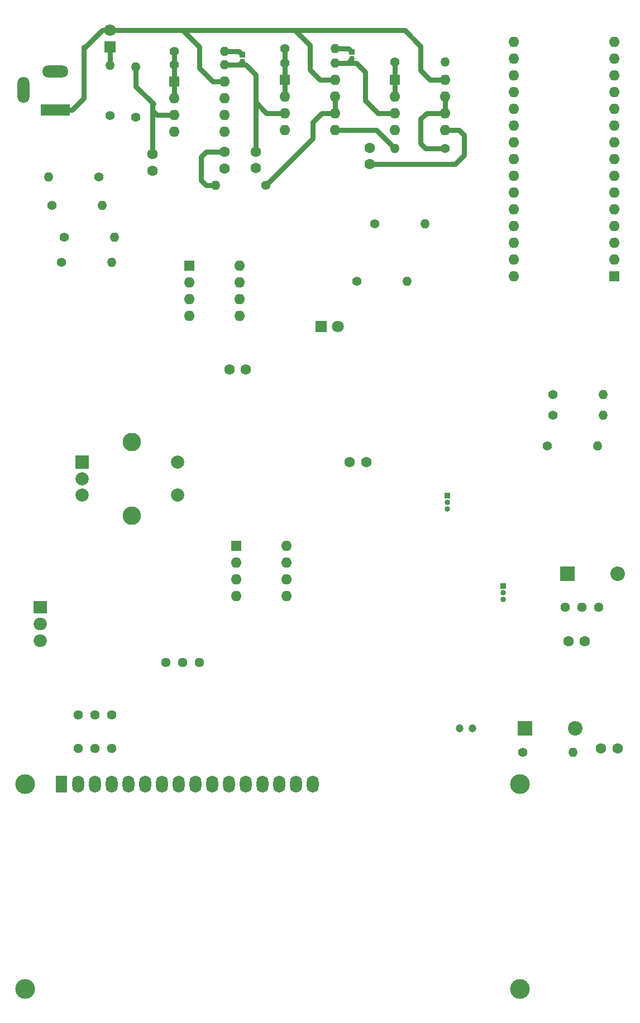
<source format=gbr>
%TF.GenerationSoftware,KiCad,Pcbnew,(5.1.12)-1*%
%TF.CreationDate,2021-12-20T08:39:49-03:00*%
%TF.ProjectId,Control,436f6e74-726f-46c2-9e6b-696361645f70,rev?*%
%TF.SameCoordinates,Original*%
%TF.FileFunction,Copper,L2,Bot*%
%TF.FilePolarity,Positive*%
%FSLAX46Y46*%
G04 Gerber Fmt 4.6, Leading zero omitted, Abs format (unit mm)*
G04 Created by KiCad (PCBNEW (5.1.12)-1) date 2021-12-20 08:39:49*
%MOMM*%
%LPD*%
G01*
G04 APERTURE LIST*
%TA.AperFunction,ComponentPad*%
%ADD10O,1.600000X1.600000*%
%TD*%
%TA.AperFunction,ComponentPad*%
%ADD11R,1.600000X1.600000*%
%TD*%
%TA.AperFunction,ComponentPad*%
%ADD12C,1.600000*%
%TD*%
%TA.AperFunction,ComponentPad*%
%ADD13C,1.200000*%
%TD*%
%TA.AperFunction,ComponentPad*%
%ADD14R,2.200000X2.200000*%
%TD*%
%TA.AperFunction,ComponentPad*%
%ADD15O,2.200000X2.200000*%
%TD*%
%TA.AperFunction,ComponentPad*%
%ADD16C,1.800000*%
%TD*%
%TA.AperFunction,ComponentPad*%
%ADD17R,1.800000X1.800000*%
%TD*%
%TA.AperFunction,ComponentPad*%
%ADD18R,1.800000X2.600000*%
%TD*%
%TA.AperFunction,ComponentPad*%
%ADD19O,1.800000X2.600000*%
%TD*%
%TA.AperFunction,ComponentPad*%
%ADD20C,3.000000*%
%TD*%
%TA.AperFunction,ComponentPad*%
%ADD21O,1.800000X4.000000*%
%TD*%
%TA.AperFunction,ComponentPad*%
%ADD22O,4.000000X1.800000*%
%TD*%
%TA.AperFunction,ComponentPad*%
%ADD23R,4.400000X1.800000*%
%TD*%
%TA.AperFunction,ComponentPad*%
%ADD24R,0.850000X0.850000*%
%TD*%
%TA.AperFunction,ComponentPad*%
%ADD25O,0.850000X0.850000*%
%TD*%
%TA.AperFunction,ComponentPad*%
%ADD26C,1.440000*%
%TD*%
%TA.AperFunction,ComponentPad*%
%ADD27O,1.400000X1.400000*%
%TD*%
%TA.AperFunction,ComponentPad*%
%ADD28C,1.400000*%
%TD*%
%TA.AperFunction,ComponentPad*%
%ADD29C,2.000000*%
%TD*%
%TA.AperFunction,ComponentPad*%
%ADD30C,2.800000*%
%TD*%
%TA.AperFunction,ComponentPad*%
%ADD31R,2.000000X2.000000*%
%TD*%
%TA.AperFunction,ComponentPad*%
%ADD32R,2.000000X1.905000*%
%TD*%
%TA.AperFunction,ComponentPad*%
%ADD33O,2.000000X1.905000*%
%TD*%
%TA.AperFunction,Conductor*%
%ADD34C,0.800000*%
%TD*%
G04 APERTURE END LIST*
D10*
%TO.P,U6,8*%
%TO.N,+5V*%
X76708000Y-74295000D03*
%TO.P,U6,4*%
%TO.N,GND*%
X69088000Y-81915000D03*
%TO.P,U6,7*%
%TO.N,Net-(R14-Pad1)*%
X76708000Y-76835000D03*
%TO.P,U6,3*%
%TO.N,Net-(R13-Pad1)*%
X69088000Y-79375000D03*
%TO.P,U6,6*%
%TO.N,Net-(R14-Pad1)*%
X76708000Y-79375000D03*
%TO.P,U6,2*%
%TO.N,Net-(R14-Pad2)*%
X69088000Y-76835000D03*
%TO.P,U6,5*%
%TO.N,Net-(JP3-Pad2)*%
X76708000Y-81915000D03*
D11*
%TO.P,U6,1*%
%TO.N,ADC1*%
X69088000Y-74295000D03*
%TD*%
D10*
%TO.P,U5,8*%
%TO.N,+5V*%
X83820000Y-116840000D03*
%TO.P,U5,4*%
%TO.N,GND*%
X76200000Y-124460000D03*
%TO.P,U5,7*%
%TO.N,Net-(R6-Pad1)*%
X83820000Y-119380000D03*
%TO.P,U5,3*%
%TO.N,Net-(R5-Pad1)*%
X76200000Y-121920000D03*
%TO.P,U5,6*%
%TO.N,Net-(R6-Pad1)*%
X83820000Y-121920000D03*
%TO.P,U5,2*%
%TO.N,Net-(R10-Pad1)*%
X76200000Y-119380000D03*
%TO.P,U5,5*%
%TO.N,Net-(JP1-Pad2)*%
X83820000Y-124460000D03*
D11*
%TO.P,U5,1*%
%TO.N,IN_P*%
X76200000Y-116840000D03*
%TD*%
%TO.P,A1,1*%
%TO.N,N/C*%
X133477000Y-75946000D03*
D10*
%TO.P,A1,17*%
X118237000Y-42926000D03*
%TO.P,A1,2*%
X133477000Y-73406000D03*
%TO.P,A1,18*%
X118237000Y-45466000D03*
%TO.P,A1,3*%
X133477000Y-70866000D03*
%TO.P,A1,19*%
%TO.N,ADC1*%
X118237000Y-48006000D03*
%TO.P,A1,4*%
%TO.N,GND*%
X133477000Y-68326000D03*
%TO.P,A1,20*%
%TO.N,ADC2*%
X118237000Y-50546000D03*
%TO.P,A1,5*%
%TO.N,N/C*%
X133477000Y-65786000D03*
%TO.P,A1,21*%
X118237000Y-53086000D03*
%TO.P,A1,6*%
X133477000Y-63246000D03*
%TO.P,A1,22*%
X118237000Y-55626000D03*
%TO.P,A1,7*%
X133477000Y-60706000D03*
%TO.P,A1,23*%
X118237000Y-58166000D03*
%TO.P,A1,8*%
X133477000Y-58166000D03*
%TO.P,A1,24*%
X118237000Y-60706000D03*
%TO.P,A1,9*%
X133477000Y-55626000D03*
%TO.P,A1,25*%
X118237000Y-63246000D03*
%TO.P,A1,10*%
X133477000Y-53086000D03*
%TO.P,A1,26*%
X118237000Y-65786000D03*
%TO.P,A1,11*%
X133477000Y-50546000D03*
%TO.P,A1,27*%
X118237000Y-68326000D03*
%TO.P,A1,12*%
%TO.N,Accion_de_control*%
X133477000Y-48006000D03*
%TO.P,A1,28*%
%TO.N,N/C*%
X118237000Y-70866000D03*
%TO.P,A1,13*%
X133477000Y-45466000D03*
%TO.P,A1,29*%
%TO.N,GND*%
X118237000Y-73406000D03*
%TO.P,A1,14*%
%TO.N,N/C*%
X133477000Y-42926000D03*
%TO.P,A1,30*%
%TO.N,+5V*%
X118237000Y-75946000D03*
%TO.P,A1,15*%
%TO.N,N/C*%
X133477000Y-40386000D03*
%TO.P,A1,16*%
X118237000Y-40386000D03*
%TD*%
D12*
%TO.P,C1,2*%
%TO.N,GND*%
X129035001Y-131295001D03*
%TO.P,C1,1*%
%TO.N,Net-(C1-Pad1)*%
X126535001Y-131295001D03*
%TD*%
%TO.P,C2,1*%
%TO.N,Net-(C2-Pad1)*%
X63500000Y-57404000D03*
%TO.P,C2,2*%
%TO.N,GND*%
X63500000Y-59904000D03*
%TD*%
%TO.P,C3,1*%
%TO.N,+5V*%
X75147001Y-90087001D03*
%TO.P,C3,2*%
%TO.N,GND*%
X77647001Y-90087001D03*
%TD*%
%TO.P,C4,2*%
%TO.N,GND*%
X79121000Y-59523000D03*
%TO.P,C4,1*%
%TO.N,Net-(C4-Pad1)*%
X79121000Y-57023000D03*
%TD*%
%TO.P,C5,1*%
%TO.N,ADC2*%
X93385000Y-104140000D03*
%TO.P,C5,2*%
%TO.N,GND*%
X95885000Y-104140000D03*
%TD*%
%TO.P,C6,2*%
%TO.N,GND*%
X96393000Y-56428000D03*
%TO.P,C6,1*%
%TO.N,Net-(C6-Pad1)*%
X96393000Y-58928000D03*
%TD*%
%TO.P,C7,1*%
%TO.N,Net-(C7-Pad1)*%
X131515001Y-147525001D03*
%TO.P,C7,2*%
%TO.N,GND*%
X134015001Y-147525001D03*
%TD*%
%TO.P,C8,2*%
%TO.N,GND*%
X74422000Y-59563000D03*
%TO.P,C8,1*%
%TO.N,Net-(C8-Pad1)*%
X74422000Y-57063000D03*
%TD*%
D13*
%TO.P,C9,1*%
%TO.N,+12V*%
X110045001Y-144525001D03*
%TO.P,C9,2*%
%TO.N,GND*%
X112045001Y-144525001D03*
%TD*%
D14*
%TO.P,D1,1*%
%TO.N,+5V*%
X126385001Y-121045001D03*
D15*
%TO.P,D1,2*%
%TO.N,+12V*%
X134005001Y-121045001D03*
%TD*%
D16*
%TO.P,D2,2*%
%TO.N,+12V*%
X57023000Y-38608000D03*
D17*
%TO.P,D2,1*%
%TO.N,Net-(D2-Pad1)*%
X57023000Y-41148000D03*
%TD*%
D15*
%TO.P,D3,2*%
%TO.N,+5V*%
X127615001Y-144475001D03*
D14*
%TO.P,D3,1*%
%TO.N,Net-(C1-Pad1)*%
X119995001Y-144475001D03*
%TD*%
D17*
%TO.P,D4,1*%
%TO.N,Net-(D4-Pad1)*%
X89027000Y-83566000D03*
D16*
%TO.P,D4,2*%
%TO.N,OUT_P*%
X91567000Y-83566000D03*
%TD*%
D18*
%TO.P,DS1,1*%
%TO.N,GND*%
X49695100Y-153022300D03*
D19*
%TO.P,DS1,2*%
%TO.N,+5V*%
X52235100Y-153022300D03*
%TO.P,DS1,3*%
%TO.N,Net-(DS1-Pad3)*%
X54775100Y-153022300D03*
%TO.P,DS1,4*%
%TO.N,N/C*%
X57315100Y-153022300D03*
%TO.P,DS1,5*%
%TO.N,GND*%
X59855100Y-153022300D03*
%TO.P,DS1,6*%
%TO.N,N/C*%
X62395100Y-153022300D03*
%TO.P,DS1,7*%
X64935100Y-153022300D03*
%TO.P,DS1,8*%
X67475100Y-153022300D03*
%TO.P,DS1,9*%
X70015100Y-153022300D03*
%TO.P,DS1,10*%
X72555100Y-153022300D03*
%TO.P,DS1,11*%
X75095100Y-153022300D03*
%TO.P,DS1,12*%
X77635100Y-153022300D03*
%TO.P,DS1,13*%
X80175100Y-153022300D03*
%TO.P,DS1,14*%
X82715100Y-153022300D03*
%TO.P,DS1,15*%
%TO.N,+5V*%
X85255100Y-153022300D03*
%TO.P,DS1,16*%
%TO.N,GND*%
X87795100Y-153022300D03*
D20*
%TO.P,DS1,*%
%TO.N,*%
X44196000Y-153022300D03*
X44196000Y-184023000D03*
X119194580Y-184023000D03*
X119195100Y-153022300D03*
%TD*%
D21*
%TO.P,J1,3*%
%TO.N,GND*%
X43968000Y-47673000D03*
D22*
%TO.P,J1,2*%
X48768000Y-44873000D03*
D23*
%TO.P,J1,1*%
%TO.N,+12V*%
X48768000Y-50673000D03*
%TD*%
D24*
%TO.P,JP1,1*%
%TO.N,Net-(JP1-Pad1)*%
X116635001Y-122925001D03*
D25*
%TO.P,JP1,2*%
%TO.N,Net-(JP1-Pad2)*%
X116635001Y-123925001D03*
%TO.P,JP1,3*%
%TO.N,GND*%
X116635001Y-124925001D03*
%TD*%
%TO.P,JP2,2*%
%TO.N,Net-(C4-Pad1)*%
X77089000Y-43307000D03*
D24*
%TO.P,JP2,1*%
%TO.N,Net-(JP2-Pad1)*%
X77089000Y-42307000D03*
%TD*%
D25*
%TO.P,JP3,3*%
%TO.N,GND*%
X108218001Y-111225001D03*
%TO.P,JP3,2*%
%TO.N,Net-(JP3-Pad2)*%
X108218001Y-110225001D03*
D24*
%TO.P,JP3,1*%
%TO.N,Net-(JP3-Pad1)*%
X108218001Y-109225001D03*
%TD*%
%TO.P,JP4,1*%
%TO.N,Net-(JP4-Pad1)*%
X93726000Y-41910000D03*
D25*
%TO.P,JP4,2*%
%TO.N,ADC2*%
X93726000Y-42910000D03*
%TD*%
D26*
%TO.P,R1,3*%
%TO.N,N/C*%
X65532000Y-134493000D03*
%TO.P,R1,2*%
%TO.N,GND*%
X68072000Y-134493000D03*
%TO.P,R1,1*%
%TO.N,Net-(C1-Pad1)*%
X70612000Y-134493000D03*
%TD*%
D27*
%TO.P,R2,2*%
%TO.N,Net-(D2-Pad1)*%
X57023000Y-43942000D03*
D28*
%TO.P,R2,1*%
%TO.N,GND*%
X57023000Y-51562000D03*
%TD*%
%TO.P,R3,1*%
%TO.N,+5V*%
X119595001Y-148175001D03*
D27*
%TO.P,R3,2*%
%TO.N,Net-(C1-Pad1)*%
X127215001Y-148175001D03*
%TD*%
D28*
%TO.P,R4,1*%
%TO.N,IN_P*%
X60960000Y-51816000D03*
D27*
%TO.P,R4,2*%
%TO.N,Net-(C2-Pad1)*%
X60960000Y-44196000D03*
%TD*%
D28*
%TO.P,R5,1*%
%TO.N,Net-(R5-Pad1)*%
X48260000Y-65151000D03*
D27*
%TO.P,R5,2*%
%TO.N,Accion_de_control*%
X55880000Y-65151000D03*
%TD*%
D28*
%TO.P,R6,1*%
%TO.N,Net-(R6-Pad1)*%
X49689001Y-73830001D03*
D27*
%TO.P,R6,2*%
%TO.N,Net-(R10-Pad1)*%
X57309001Y-73830001D03*
%TD*%
%TO.P,R7,2*%
%TO.N,Net-(R5-Pad1)*%
X47752000Y-60833000D03*
D28*
%TO.P,R7,1*%
%TO.N,GND*%
X55372000Y-60833000D03*
%TD*%
D27*
%TO.P,R8,2*%
%TO.N,Net-(JP2-Pad1)*%
X74422000Y-41783000D03*
D28*
%TO.P,R8,1*%
%TO.N,Net-(R8-Pad1)*%
X66802000Y-41783000D03*
%TD*%
%TO.P,R9,1*%
%TO.N,Net-(R8-Pad1)*%
X66802000Y-43815000D03*
D27*
%TO.P,R9,2*%
%TO.N,Net-(C4-Pad1)*%
X74422000Y-43815000D03*
%TD*%
%TO.P,R10,2*%
%TO.N,IN_P*%
X57719001Y-69970001D03*
D28*
%TO.P,R10,1*%
%TO.N,Net-(R10-Pad1)*%
X50099001Y-69970001D03*
%TD*%
%TO.P,R11,1*%
%TO.N,Net-(R11-Pad1)*%
X83566000Y-41402000D03*
D27*
%TO.P,R11,2*%
%TO.N,Net-(JP4-Pad1)*%
X91186000Y-41402000D03*
%TD*%
%TO.P,R12,2*%
%TO.N,ADC2*%
X91186000Y-43561000D03*
D28*
%TO.P,R12,1*%
%TO.N,Net-(R11-Pad1)*%
X83566000Y-43561000D03*
%TD*%
D26*
%TO.P,RV1,1*%
%TO.N,GND*%
X57277000Y-142494000D03*
%TO.P,RV1,2*%
%TO.N,Net-(JP1-Pad1)*%
X54737000Y-142494000D03*
%TO.P,RV1,3*%
%TO.N,+5V*%
X52197000Y-142494000D03*
%TD*%
%TO.P,RV2,1*%
%TO.N,GND*%
X131185001Y-126145001D03*
%TO.P,RV2,2*%
%TO.N,Net-(JP3-Pad1)*%
X128645001Y-126145001D03*
%TO.P,RV2,3*%
%TO.N,+5V*%
X126105001Y-126145001D03*
%TD*%
D29*
%TO.P,SW1,S2*%
%TO.N,N/C*%
X67332000Y-109140000D03*
%TO.P,SW1,S1*%
X67332000Y-104140000D03*
D30*
%TO.P,SW1,MP*%
X60332000Y-112240000D03*
X60332000Y-101040000D03*
D29*
%TO.P,SW1,B*%
X52832000Y-109140000D03*
%TO.P,SW1,C*%
X52832000Y-106640000D03*
D31*
%TO.P,SW1,A*%
X52832000Y-104140000D03*
%TD*%
D10*
%TO.P,U1,8*%
%TO.N,+12V*%
X74422000Y-46355000D03*
%TO.P,U1,4*%
%TO.N,GND*%
X66802000Y-53975000D03*
%TO.P,U1,7*%
%TO.N,OUT_P*%
X74422000Y-48895000D03*
%TO.P,U1,3*%
%TO.N,Net-(C2-Pad1)*%
X66802000Y-51435000D03*
%TO.P,U1,6*%
%TO.N,OUT_P*%
X74422000Y-51435000D03*
%TO.P,U1,2*%
%TO.N,Net-(R8-Pad1)*%
X66802000Y-48895000D03*
%TO.P,U1,5*%
%TO.N,Net-(C8-Pad1)*%
X74422000Y-53975000D03*
D11*
%TO.P,U1,1*%
%TO.N,Net-(R8-Pad1)*%
X66802000Y-46355000D03*
%TD*%
%TO.P,U2,1*%
%TO.N,Net-(R11-Pad1)*%
X83566000Y-46101000D03*
D10*
%TO.P,U2,5*%
%TO.N,Net-(C7-Pad1)*%
X91186000Y-53721000D03*
%TO.P,U2,2*%
%TO.N,Net-(R11-Pad1)*%
X83566000Y-48641000D03*
%TO.P,U2,6*%
%TO.N,Net-(R19-Pad1)*%
X91186000Y-51181000D03*
%TO.P,U2,3*%
%TO.N,Net-(C4-Pad1)*%
X83566000Y-51181000D03*
%TO.P,U2,7*%
%TO.N,Net-(R19-Pad1)*%
X91186000Y-48641000D03*
%TO.P,U2,4*%
%TO.N,GND*%
X83566000Y-53721000D03*
%TO.P,U2,8*%
%TO.N,+12V*%
X91186000Y-46101000D03*
%TD*%
D11*
%TO.P,U3,1*%
%TO.N,Net-(R15-Pad1)*%
X100203000Y-46101000D03*
D10*
%TO.P,U3,5*%
%TO.N,Net-(C6-Pad1)*%
X107823000Y-53721000D03*
%TO.P,U3,2*%
%TO.N,Net-(R15-Pad1)*%
X100203000Y-48641000D03*
%TO.P,U3,6*%
%TO.N,Net-(R18-Pad1)*%
X107823000Y-51181000D03*
%TO.P,U3,3*%
%TO.N,ADC2*%
X100203000Y-51181000D03*
%TO.P,U3,7*%
%TO.N,Net-(R18-Pad1)*%
X107823000Y-48641000D03*
%TO.P,U3,4*%
%TO.N,GND*%
X100203000Y-53721000D03*
%TO.P,U3,8*%
%TO.N,+12V*%
X107823000Y-46101000D03*
%TD*%
D26*
%TO.P,RV3,1*%
%TO.N,GND*%
X57277000Y-147574000D03*
%TO.P,RV3,2*%
%TO.N,Net-(DS1-Pad3)*%
X54737000Y-147574000D03*
%TO.P,RV3,3*%
%TO.N,+5V*%
X52197000Y-147574000D03*
%TD*%
D32*
%TO.P,U4,1*%
%TO.N,Net-(C1-Pad1)*%
X46482000Y-126111000D03*
D33*
%TO.P,U4,2*%
%TO.N,+5V*%
X46482000Y-128651000D03*
%TO.P,U4,3*%
%TO.N,+12V*%
X46482000Y-131191000D03*
%TD*%
D28*
%TO.P,R13,1*%
%TO.N,Net-(R13-Pad1)*%
X97155000Y-67945000D03*
D27*
%TO.P,R13,2*%
%TO.N,OUT_P*%
X104775000Y-67945000D03*
%TD*%
%TO.P,R14,2*%
%TO.N,Net-(R14-Pad2)*%
X131858001Y-96999001D03*
D28*
%TO.P,R14,1*%
%TO.N,Net-(R14-Pad1)*%
X124238001Y-96999001D03*
%TD*%
%TO.P,R15,1*%
%TO.N,Net-(R15-Pad1)*%
X100203000Y-43434000D03*
D27*
%TO.P,R15,2*%
%TO.N,Net-(C6-Pad1)*%
X107823000Y-43434000D03*
%TD*%
%TO.P,R16,2*%
%TO.N,Net-(R13-Pad1)*%
X131858001Y-93849001D03*
D28*
%TO.P,R16,1*%
%TO.N,GND*%
X124238001Y-93849001D03*
%TD*%
D27*
%TO.P,R17,2*%
%TO.N,ADC1*%
X130978001Y-101699001D03*
D28*
%TO.P,R17,1*%
%TO.N,Net-(R14-Pad2)*%
X123358001Y-101699001D03*
%TD*%
%TO.P,R18,1*%
%TO.N,Net-(R18-Pad1)*%
X107823000Y-56515000D03*
D27*
%TO.P,R18,2*%
%TO.N,Net-(C7-Pad1)*%
X100203000Y-56515000D03*
%TD*%
%TO.P,R19,2*%
%TO.N,Net-(C8-Pad1)*%
X73025000Y-62103000D03*
D28*
%TO.P,R19,1*%
%TO.N,Net-(R19-Pad1)*%
X80645000Y-62103000D03*
%TD*%
%TO.P,R20,1*%
%TO.N,Net-(D4-Pad1)*%
X94488000Y-76708000D03*
D27*
%TO.P,R20,2*%
%TO.N,GND*%
X102108000Y-76708000D03*
%TD*%
D34*
%TO.N,ADC2*%
X93100001Y-43561000D02*
X93726000Y-42935001D01*
X91186000Y-43561000D02*
X93100001Y-43561000D01*
X100203000Y-51181000D02*
X97663000Y-51181000D01*
X97663000Y-51181000D02*
X95758000Y-49276000D01*
X94377000Y-43561000D02*
X93100001Y-43561000D01*
X95758000Y-44942000D02*
X94377000Y-43561000D01*
X95758000Y-49276000D02*
X95758000Y-44942000D01*
%TO.N,Net-(C2-Pad1)*%
X60960000Y-44196000D02*
X60960000Y-47117000D01*
X60960000Y-47117000D02*
X63627000Y-49784000D01*
X64135000Y-51435000D02*
X66802000Y-51435000D01*
X63627000Y-50927000D02*
X64135000Y-51435000D01*
X63500000Y-49911000D02*
X63627000Y-49784000D01*
X63500000Y-57404000D02*
X63500000Y-49911000D01*
%TO.N,Net-(C4-Pad1)*%
X76606001Y-43815000D02*
X77089000Y-43332001D01*
X74422000Y-43815000D02*
X76606001Y-43815000D01*
X83566000Y-51181000D02*
X80772000Y-51181000D01*
X80772000Y-51181000D02*
X79121000Y-49530000D01*
X77597000Y-43815000D02*
X76606001Y-43815000D01*
X79121000Y-45339000D02*
X77597000Y-43815000D01*
X79121000Y-57023000D02*
X79121000Y-48895000D01*
X79121000Y-48895000D02*
X79121000Y-45339000D01*
X79121000Y-49530000D02*
X79121000Y-48895000D01*
%TO.N,Net-(C6-Pad1)*%
X96393000Y-58928000D02*
X109347000Y-58928000D01*
X109347000Y-58928000D02*
X110744000Y-57531000D01*
X110744000Y-57531000D02*
X110744000Y-54483000D01*
X109982000Y-53721000D02*
X107823000Y-53721000D01*
X110744000Y-54483000D02*
X109982000Y-53721000D01*
%TO.N,Net-(C7-Pad1)*%
X100203000Y-56515000D02*
X97409000Y-53721000D01*
X97409000Y-53721000D02*
X91186000Y-53721000D01*
%TO.N,Net-(C8-Pad1)*%
X73025000Y-62103000D02*
X71628000Y-62103000D01*
X71628000Y-62103000D02*
X70866000Y-61341000D01*
X70866000Y-61341000D02*
X70866000Y-57785000D01*
X71588000Y-57063000D02*
X74422000Y-57063000D01*
X70866000Y-57785000D02*
X71588000Y-57063000D01*
%TO.N,+12V*%
X48768000Y-50673000D02*
X51308000Y-50673000D01*
X51308000Y-50673000D02*
X53086000Y-48895000D01*
X55880000Y-38608000D02*
X57152792Y-38608000D01*
X53086000Y-41402000D02*
X55750208Y-38737792D01*
X53086000Y-41145208D02*
X53086000Y-48768000D01*
X72644000Y-46355000D02*
X74422000Y-46355000D01*
X70612000Y-44323000D02*
X72644000Y-46355000D01*
X70612000Y-41148000D02*
X70612000Y-44323000D01*
X68072000Y-38608000D02*
X70612000Y-41148000D01*
X57023000Y-38608000D02*
X68072000Y-38608000D01*
X68072000Y-38608000D02*
X85090000Y-38608000D01*
X85090000Y-38608000D02*
X87376000Y-40894000D01*
X87376000Y-40894000D02*
X87376000Y-44577000D01*
X88900000Y-46101000D02*
X91186000Y-46101000D01*
X87376000Y-44577000D02*
X88900000Y-46101000D01*
X85090000Y-38608000D02*
X101727000Y-38608000D01*
X101727000Y-38608000D02*
X104140000Y-41021000D01*
X104140000Y-41021000D02*
X104140000Y-44704000D01*
X105537000Y-46101000D02*
X107823000Y-46101000D01*
X104140000Y-44704000D02*
X105537000Y-46101000D01*
%TO.N,Net-(D2-Pad1)*%
X57023000Y-43942000D02*
X57023000Y-41148000D01*
%TO.N,Net-(JP2-Pad1)*%
X76590001Y-41783000D02*
X77089000Y-42281999D01*
X74422000Y-41783000D02*
X76590001Y-41783000D01*
%TO.N,Net-(JP4-Pad1)*%
X93243001Y-41402000D02*
X93726000Y-41884999D01*
X91186000Y-41402000D02*
X93243001Y-41402000D01*
%TO.N,Net-(R8-Pad1)*%
X66802000Y-42926000D02*
X66802000Y-46355000D01*
X66802000Y-46355000D02*
X66802000Y-48895000D01*
X66802000Y-41783000D02*
X66802000Y-43815000D01*
%TO.N,Net-(R11-Pad1)*%
X83566000Y-41402000D02*
X83566000Y-43561000D01*
X83566000Y-43561000D02*
X83566000Y-46101000D01*
X83566000Y-46101000D02*
X83566000Y-48641000D01*
%TO.N,Net-(R15-Pad1)*%
X100203000Y-43434000D02*
X100203000Y-46101000D01*
X100203000Y-46101000D02*
X100203000Y-48641000D01*
%TO.N,Net-(R18-Pad1)*%
X107823000Y-51181000D02*
X107823000Y-48641000D01*
X107823000Y-51181000D02*
X105029000Y-51181000D01*
X105029000Y-51181000D02*
X104140000Y-52070000D01*
X104140000Y-52070000D02*
X104140000Y-55753000D01*
X104902000Y-56515000D02*
X107823000Y-56515000D01*
X104140000Y-55753000D02*
X104902000Y-56515000D01*
%TO.N,Net-(R19-Pad1)*%
X80645000Y-62103000D02*
X87757000Y-54991000D01*
X87757000Y-54991000D02*
X87757000Y-52578000D01*
X89154000Y-51181000D02*
X91186000Y-51181000D01*
X87757000Y-52578000D02*
X89154000Y-51181000D01*
X91186000Y-48641000D02*
X91186000Y-51181000D01*
%TD*%
M02*

</source>
